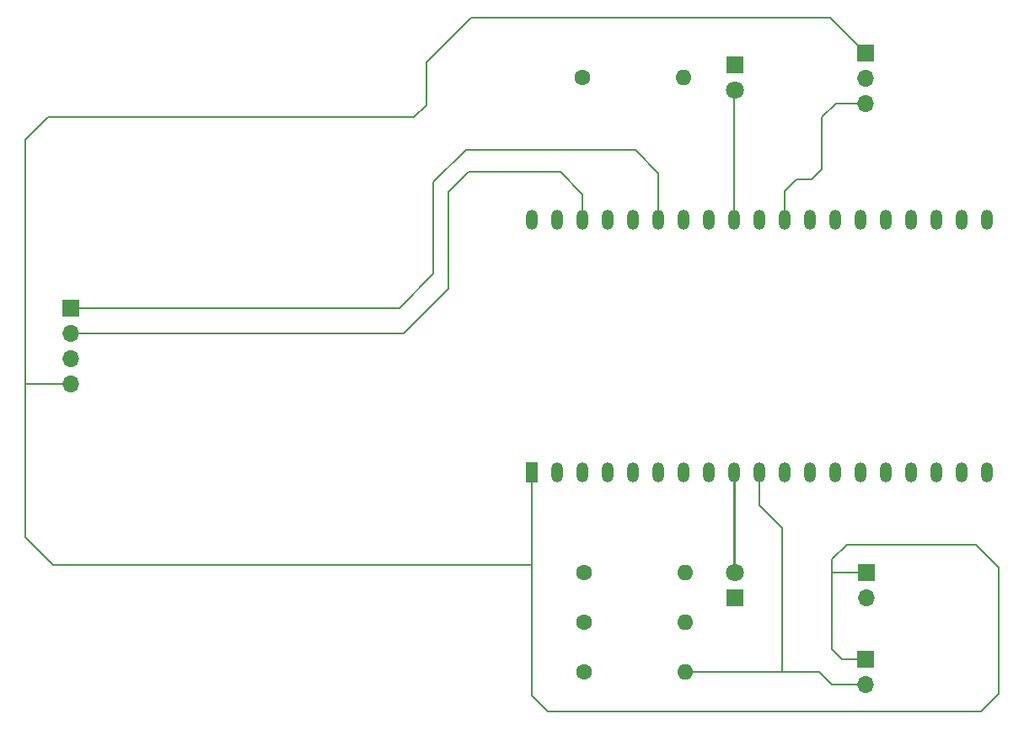
<source format=gbr>
%TF.GenerationSoftware,KiCad,Pcbnew,(6.0.9)*%
%TF.CreationDate,2022-12-30T22:43:23+01:00*%
%TF.ProjectId,mainboard,6d61696e-626f-4617-9264-2e6b69636164,rev?*%
%TF.SameCoordinates,Original*%
%TF.FileFunction,Copper,L1,Top*%
%TF.FilePolarity,Positive*%
%FSLAX46Y46*%
G04 Gerber Fmt 4.6, Leading zero omitted, Abs format (unit mm)*
G04 Created by KiCad (PCBNEW (6.0.9)) date 2022-12-30 22:43:23*
%MOMM*%
%LPD*%
G01*
G04 APERTURE LIST*
%TA.AperFunction,ComponentPad*%
%ADD10R,1.800000X1.800000*%
%TD*%
%TA.AperFunction,ComponentPad*%
%ADD11C,1.800000*%
%TD*%
%TA.AperFunction,ComponentPad*%
%ADD12C,1.600000*%
%TD*%
%TA.AperFunction,ComponentPad*%
%ADD13O,1.600000X1.600000*%
%TD*%
%TA.AperFunction,ComponentPad*%
%ADD14R,1.700000X1.700000*%
%TD*%
%TA.AperFunction,ComponentPad*%
%ADD15O,1.700000X1.700000*%
%TD*%
%TA.AperFunction,ComponentPad*%
%ADD16R,1.200000X2.000000*%
%TD*%
%TA.AperFunction,ComponentPad*%
%ADD17O,1.200000X2.000000*%
%TD*%
%TA.AperFunction,Conductor*%
%ADD18C,0.200000*%
%TD*%
%TA.AperFunction,Conductor*%
%ADD19C,0.250000*%
%TD*%
G04 APERTURE END LIST*
D10*
%TO.P,REF\u002A\u002A,1*%
%TO.N,N/C*%
X162000000Y-76475000D03*
D11*
%TO.P,REF\u002A\u002A,2*%
X162000000Y-79015000D03*
%TD*%
D12*
%TO.P,REF\u002A\u002A,1*%
%TO.N,N/C*%
X146670000Y-77750000D03*
D13*
%TO.P,REF\u002A\u002A,2*%
X156830000Y-77750000D03*
%TD*%
D14*
%TO.P,REF\u002A\u002A,1*%
%TO.N,N/C*%
X175125000Y-136225000D03*
D15*
%TO.P,REF\u002A\u002A,2*%
X175125000Y-138765000D03*
%TD*%
D14*
%TO.P,REF\u002A\u002A,1*%
%TO.N,N/C*%
X95275000Y-100950000D03*
D15*
%TO.P,REF\u002A\u002A,2*%
X95275000Y-103490000D03*
%TO.P,REF\u002A\u002A,3*%
X95275000Y-106030000D03*
%TO.P,REF\u002A\u002A,4*%
X95275000Y-108570000D03*
%TD*%
D14*
%TO.P,REF\u002A\u002A,1*%
%TO.N,N/C*%
X175250000Y-127500000D03*
D15*
%TO.P,REF\u002A\u002A,2*%
X175250000Y-130040000D03*
%TD*%
D10*
%TO.P,REF\u002A\u002A,1*%
%TO.N,N/C*%
X162000000Y-130025000D03*
D11*
%TO.P,REF\u002A\u002A,2*%
X162000000Y-127485000D03*
%TD*%
D12*
%TO.P,REF\u002A\u002A,1*%
%TO.N,N/C*%
X146840000Y-132500000D03*
D13*
%TO.P,REF\u002A\u002A,2*%
X157000000Y-132500000D03*
%TD*%
D14*
%TO.P,REF\u002A\u002A,1*%
%TO.N,N/C*%
X175125000Y-75250000D03*
D15*
%TO.P,REF\u002A\u002A,2*%
X175125000Y-77790000D03*
%TO.P,REF\u002A\u002A,3*%
X175125000Y-80330000D03*
%TD*%
D16*
%TO.P,REF\u002A\u002A,1*%
%TO.N,N/C*%
X141655000Y-117425000D03*
D17*
%TO.P,REF\u002A\u002A,2*%
X144195000Y-117425000D03*
%TO.P,REF\u002A\u002A,3*%
X146735000Y-117425000D03*
%TO.P,REF\u002A\u002A,4*%
X149275000Y-117425000D03*
%TO.P,REF\u002A\u002A,5*%
X151815000Y-117425000D03*
%TO.P,REF\u002A\u002A,6*%
X154355000Y-117425000D03*
%TO.P,REF\u002A\u002A,7*%
X156895000Y-117425000D03*
%TO.P,REF\u002A\u002A,8*%
X159435000Y-117425000D03*
%TO.P,REF\u002A\u002A,9*%
X161975000Y-117425000D03*
%TO.P,REF\u002A\u002A,10*%
X164515000Y-117425000D03*
%TO.P,REF\u002A\u002A,11*%
X167055000Y-117425000D03*
%TO.P,REF\u002A\u002A,12*%
X169595000Y-117425000D03*
%TO.P,REF\u002A\u002A,13*%
X172135000Y-117425000D03*
%TO.P,REF\u002A\u002A,14*%
X174675000Y-117425000D03*
%TO.P,REF\u002A\u002A,15*%
X177215000Y-117425000D03*
%TO.P,REF\u002A\u002A,16*%
X179755000Y-117425000D03*
%TO.P,REF\u002A\u002A,17*%
X182295000Y-117425000D03*
%TO.P,REF\u002A\u002A,18*%
X184835000Y-117425000D03*
%TO.P,REF\u002A\u002A,19*%
X187375000Y-117425000D03*
%TO.P,REF\u002A\u002A,20*%
X187372280Y-92028680D03*
%TO.P,REF\u002A\u002A,21*%
X184832280Y-92028680D03*
%TO.P,REF\u002A\u002A,22*%
X182295000Y-92025000D03*
%TO.P,REF\u002A\u002A,23*%
X179755000Y-92025000D03*
%TO.P,REF\u002A\u002A,24*%
X177215000Y-92025000D03*
%TO.P,REF\u002A\u002A,25*%
X174675000Y-92025000D03*
%TO.P,REF\u002A\u002A,26*%
X172135000Y-92025000D03*
%TO.P,REF\u002A\u002A,27*%
X169595000Y-92025000D03*
%TO.P,REF\u002A\u002A,28*%
X167055000Y-92025000D03*
%TO.P,REF\u002A\u002A,29*%
X164515000Y-92025000D03*
%TO.P,REF\u002A\u002A,30*%
X161975000Y-92025000D03*
%TO.P,REF\u002A\u002A,31*%
X159435000Y-92025000D03*
%TO.P,REF\u002A\u002A,32*%
X156895000Y-92025000D03*
%TO.P,REF\u002A\u002A,33*%
X154355000Y-92025000D03*
%TO.P,REF\u002A\u002A,34*%
X151815000Y-92025000D03*
%TO.P,REF\u002A\u002A,35*%
X149275000Y-92025000D03*
%TO.P,REF\u002A\u002A,36*%
X146735000Y-92025000D03*
%TO.P,REF\u002A\u002A,37*%
X144195000Y-92025000D03*
%TO.P,REF\u002A\u002A,38*%
X141655000Y-92025000D03*
%TD*%
D12*
%TO.P,,1*%
%TO.N,N/C*%
X146840000Y-127500000D03*
D13*
%TO.P,,2*%
X157000000Y-127500000D03*
%TD*%
D12*
%TO.P,REF\u002A\u002A,1*%
%TO.N,N/C*%
X146840000Y-137500000D03*
D13*
%TO.P,REF\u002A\u002A,2*%
X157000000Y-137500000D03*
%TD*%
D18*
%TO.N,*%
X128300000Y-100950000D02*
X131750000Y-97500000D01*
X131000000Y-80500000D02*
X129750000Y-81750000D01*
X135000000Y-85000000D02*
X152000000Y-85000000D01*
X129750000Y-81750000D02*
X93000000Y-81750000D01*
X141560000Y-126750000D02*
X141655000Y-126845000D01*
X175125000Y-75250000D02*
X171625000Y-71750000D01*
X95275000Y-103490000D02*
X128760000Y-103490000D01*
X133250000Y-99000000D02*
X133250000Y-89250000D01*
X90820000Y-108570000D02*
X90750000Y-108500000D01*
X146735000Y-89485000D02*
X146735000Y-92025000D01*
X135500000Y-71750000D02*
X131000000Y-76250000D01*
X128760000Y-103490000D02*
X133250000Y-99000000D01*
X171800000Y-126200000D02*
X173250000Y-124750000D01*
X167055000Y-92025000D02*
X167055000Y-89195000D01*
X186250000Y-124750000D02*
X173250000Y-124750000D01*
X164515000Y-117425000D02*
X164515000Y-120765000D01*
X166750000Y-123000000D02*
X166750000Y-137500000D01*
X188500000Y-127000000D02*
X186250000Y-124750000D01*
X133250000Y-89250000D02*
X135250000Y-87250000D01*
D19*
X161975000Y-117425000D02*
X161975000Y-127460000D01*
D18*
X154355000Y-87355000D02*
X154355000Y-92025000D01*
X188500000Y-139750000D02*
X188500000Y-127000000D01*
X95275000Y-108570000D02*
X90820000Y-108570000D01*
X93000000Y-81750000D02*
X90750000Y-84000000D01*
X175250000Y-127500000D02*
X171850000Y-127500000D01*
X93500000Y-126750000D02*
X141560000Y-126750000D01*
X135250000Y-87250000D02*
X144500000Y-87250000D01*
X172170000Y-80330000D02*
X175125000Y-80330000D01*
X171765000Y-138765000D02*
X170500000Y-137500000D01*
X143250000Y-141500000D02*
X186750000Y-141500000D01*
X164515000Y-120765000D02*
X166750000Y-123000000D01*
X169750000Y-88000000D02*
X170750000Y-87000000D01*
X90750000Y-108500000D02*
X90750000Y-124000000D01*
X95275000Y-100950000D02*
X128300000Y-100950000D01*
X172775000Y-136225000D02*
X175125000Y-136225000D01*
X141655000Y-139905000D02*
X143250000Y-141500000D01*
X90750000Y-84000000D02*
X90750000Y-108500000D01*
X171625000Y-71750000D02*
X135500000Y-71750000D01*
X166750000Y-137500000D02*
X157000000Y-137500000D01*
X131000000Y-76250000D02*
X131000000Y-80500000D01*
X186750000Y-141500000D02*
X188500000Y-139750000D01*
X171800000Y-135250000D02*
X171800000Y-127550000D01*
X170500000Y-137500000D02*
X166750000Y-137500000D01*
X170750000Y-87000000D02*
X170750000Y-81750000D01*
X175125000Y-138765000D02*
X171765000Y-138765000D01*
X152000000Y-85000000D02*
X154355000Y-87355000D01*
X171800000Y-127550000D02*
X171800000Y-126200000D01*
X131750000Y-97500000D02*
X131750000Y-88250000D01*
X167055000Y-89195000D02*
X168250000Y-88000000D01*
X170750000Y-81750000D02*
X172170000Y-80330000D01*
X172775000Y-136225000D02*
X171800000Y-135250000D01*
X90750000Y-124000000D02*
X93500000Y-126750000D01*
X171850000Y-127500000D02*
X171800000Y-127550000D01*
X144500000Y-87250000D02*
X146735000Y-89485000D01*
X141655000Y-126845000D02*
X141655000Y-139905000D01*
X141655000Y-117425000D02*
X141655000Y-126845000D01*
X161975000Y-92025000D02*
X161975000Y-79040000D01*
X131750000Y-88250000D02*
X135000000Y-85000000D01*
X168250000Y-88000000D02*
X169750000Y-88000000D01*
X161975000Y-79040000D02*
X162000000Y-79015000D01*
%TD*%
M02*

</source>
